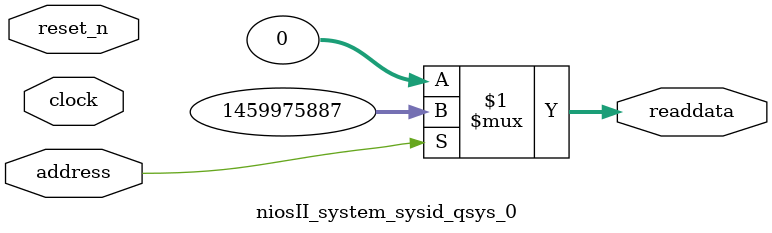
<source format=v>

`timescale 1ns / 1ps
// synthesis translate_on

// turn off superfluous verilog processor warnings 
// altera message_level Level1 
// altera message_off 10034 10035 10036 10037 10230 10240 10030 

module niosII_system_sysid_qsys_0 (
               // inputs:
                address,
                clock,
                reset_n,

               // outputs:
                readdata
             )
;

  output  [ 31: 0] readdata;
  input            address;
  input            clock;
  input            reset_n;

  wire    [ 31: 0] readdata;
  //control_slave, which is an e_avalon_slave
  assign readdata = address ? 1459975887 : 0;

endmodule




</source>
